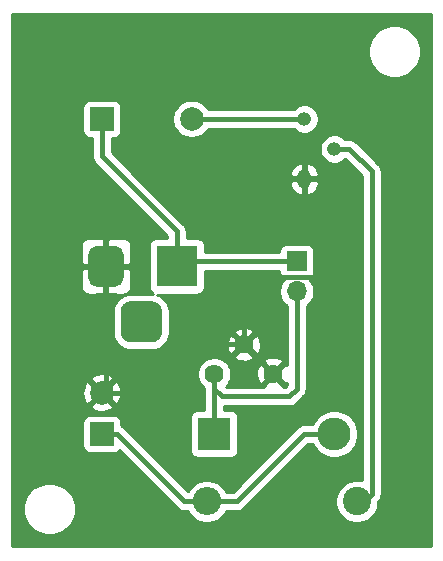
<source format=gbr>
%TF.GenerationSoftware,KiCad,Pcbnew,(5.1.10)-1*%
%TF.CreationDate,2021-10-26T01:17:56+07:00*%
%TF.ProjectId,first,66697273-742e-46b6-9963-61645f706362,rev?*%
%TF.SameCoordinates,Original*%
%TF.FileFunction,Copper,L2,Bot*%
%TF.FilePolarity,Positive*%
%FSLAX46Y46*%
G04 Gerber Fmt 4.6, Leading zero omitted, Abs format (unit mm)*
G04 Created by KiCad (PCBNEW (5.1.10)-1) date 2021-10-26 01:17:56*
%MOMM*%
%LPD*%
G01*
G04 APERTURE LIST*
%TA.AperFunction,ComponentPad*%
%ADD10O,1.700000X1.700000*%
%TD*%
%TA.AperFunction,ComponentPad*%
%ADD11R,1.700000X1.700000*%
%TD*%
%TA.AperFunction,ComponentPad*%
%ADD12R,2.000000X2.000000*%
%TD*%
%TA.AperFunction,ComponentPad*%
%ADD13C,2.000000*%
%TD*%
%TA.AperFunction,ComponentPad*%
%ADD14R,2.800000X2.800000*%
%TD*%
%TA.AperFunction,ComponentPad*%
%ADD15O,2.800000X2.800000*%
%TD*%
%TA.AperFunction,ComponentPad*%
%ADD16R,3.500000X3.500000*%
%TD*%
%TA.AperFunction,ComponentPad*%
%ADD17O,1.200000X1.600000*%
%TD*%
%TA.AperFunction,ComponentPad*%
%ADD18O,1.200000X1.200000*%
%TD*%
%TA.AperFunction,ComponentPad*%
%ADD19C,2.400000*%
%TD*%
%TA.AperFunction,ComponentPad*%
%ADD20O,2.400000X2.400000*%
%TD*%
%TA.AperFunction,ComponentPad*%
%ADD21C,1.620000*%
%TD*%
%TA.AperFunction,Conductor*%
%ADD22C,0.400000*%
%TD*%
%TA.AperFunction,Conductor*%
%ADD23C,0.254000*%
%TD*%
%TA.AperFunction,Conductor*%
%ADD24C,0.100000*%
%TD*%
G04 APERTURE END LIST*
D10*
%TO.P,TH1,2*%
%TO.N,Net-(D1-Pad1)*%
X95250000Y-94615000D03*
D11*
%TO.P,TH1,1*%
%TO.N,Net-(BZ1-Pad1)*%
X95250000Y-92075000D03*
%TD*%
D12*
%TO.P,BZ1,1*%
%TO.N,Net-(BZ1-Pad1)*%
X78740000Y-80010000D03*
D13*
%TO.P,BZ1,2*%
%TO.N,Net-(BZ1-Pad2)*%
X86340000Y-80010000D03*
%TD*%
D12*
%TO.P,C1,1*%
%TO.N,Net-(C1-Pad1)*%
X78740000Y-106680000D03*
D13*
%TO.P,C1,2*%
%TO.N,Net-(C1-Pad2)*%
X78740000Y-103180000D03*
%TD*%
D14*
%TO.P,D1,1*%
%TO.N,Net-(D1-Pad1)*%
X88265000Y-106680000D03*
D15*
%TO.P,D1,2*%
%TO.N,Net-(C1-Pad1)*%
X98425000Y-106680000D03*
%TD*%
D16*
%TO.P,J1,1*%
%TO.N,Net-(BZ1-Pad1)*%
X85090000Y-92490001D03*
%TO.P,J1,2*%
%TO.N,Net-(C1-Pad2)*%
%TA.AperFunction,ComponentPad*%
G36*
G01*
X77590000Y-93490001D02*
X77590000Y-91490001D01*
G75*
G02*
X78340000Y-90740001I750000J0D01*
G01*
X79840000Y-90740001D01*
G75*
G02*
X80590000Y-91490001I0J-750000D01*
G01*
X80590000Y-93490001D01*
G75*
G02*
X79840000Y-94240001I-750000J0D01*
G01*
X78340000Y-94240001D01*
G75*
G02*
X77590000Y-93490001I0J750000D01*
G01*
G37*
%TD.AperFunction*%
%TO.P,J1,3*%
%TO.N,Net-(J1-Pad3)*%
%TA.AperFunction,ComponentPad*%
G36*
G01*
X80340000Y-98065001D02*
X80340000Y-96315001D01*
G75*
G02*
X81215000Y-95440001I875000J0D01*
G01*
X82965000Y-95440001D01*
G75*
G02*
X83840000Y-96315001I0J-875000D01*
G01*
X83840000Y-98065001D01*
G75*
G02*
X82965000Y-98940001I-875000J0D01*
G01*
X81215000Y-98940001D01*
G75*
G02*
X80340000Y-98065001I0J875000D01*
G01*
G37*
%TD.AperFunction*%
%TD*%
D17*
%TO.P,Q1,1*%
%TO.N,Net-(C1-Pad2)*%
X95885000Y-85090000D03*
D18*
%TO.P,Q1,2*%
%TO.N,Net-(Q1-Pad2)*%
X98425000Y-82550000D03*
%TO.P,Q1,3*%
%TO.N,Net-(BZ1-Pad2)*%
X95885000Y-80010000D03*
%TD*%
D19*
%TO.P,R1,1*%
%TO.N,Net-(Q1-Pad2)*%
X100330000Y-112395000D03*
D20*
%TO.P,R1,2*%
%TO.N,Net-(C1-Pad1)*%
X87630000Y-112395000D03*
%TD*%
D21*
%TO.P,RV1,3*%
%TO.N,Net-(C1-Pad2)*%
X93265000Y-101600000D03*
%TO.P,RV1,2*%
X90765000Y-99100000D03*
%TO.P,RV1,1*%
%TO.N,Net-(D1-Pad1)*%
X88265000Y-101600000D03*
%TD*%
D22*
%TO.N,Net-(BZ1-Pad1)*%
X78740000Y-83185000D02*
X78740000Y-80010000D01*
X85090000Y-89535000D02*
X78740000Y-83185000D01*
X85090000Y-92490001D02*
X85090000Y-89535000D01*
X85090000Y-92490001D02*
X85309999Y-92490001D01*
X85725000Y-92075000D02*
X95250000Y-92075000D01*
X85309999Y-92490001D02*
X85725000Y-92075000D01*
%TO.N,Net-(BZ1-Pad2)*%
X86340000Y-80010000D02*
X95885000Y-80010000D01*
%TO.N,Net-(C1-Pad1)*%
X85725000Y-112395000D02*
X87630000Y-112395000D01*
X81280000Y-107950000D02*
X85725000Y-112395000D01*
X87630000Y-112395000D02*
X90170000Y-112395000D01*
X95885000Y-106680000D02*
X98425000Y-106680000D01*
X90170000Y-112395000D02*
X95885000Y-106680000D01*
X78740000Y-106680000D02*
X80010000Y-106680000D01*
X80010000Y-106680000D02*
X81280000Y-107950000D01*
%TO.N,Net-(C1-Pad2)*%
X78959999Y-92490001D02*
X78740000Y-92710000D01*
X93265000Y-101600000D02*
X90765000Y-99100000D01*
X90765000Y-99100000D02*
X90765000Y-94655000D01*
X92055001Y-93364999D02*
X97135001Y-93364999D01*
X90765000Y-94655000D02*
X92055001Y-93364999D01*
X97135001Y-93364999D02*
X97790000Y-92710000D01*
X97790000Y-92710000D02*
X97790000Y-88265000D01*
X95885000Y-86360000D02*
X95885000Y-85090000D01*
X97790000Y-88265000D02*
X95885000Y-86360000D01*
X82240000Y-103180000D02*
X78740000Y-103180000D01*
X86360000Y-99060000D02*
X82240000Y-103180000D01*
X86400000Y-99100000D02*
X86360000Y-99060000D01*
X90765000Y-99100000D02*
X86400000Y-99100000D01*
X78959999Y-92490001D02*
X79090000Y-92490001D01*
X79090000Y-102830000D02*
X78740000Y-103180000D01*
X79090000Y-92490001D02*
X79090000Y-102830000D01*
%TO.N,Net-(D1-Pad1)*%
X88265000Y-106680000D02*
X88265000Y-101600000D01*
X88265000Y-101600000D02*
X88265000Y-102870000D01*
X88265000Y-102870000D02*
X88900000Y-103505000D01*
X88900000Y-103505000D02*
X94615000Y-103505000D01*
X95250000Y-102870000D02*
X95250000Y-94615000D01*
X94615000Y-103505000D02*
X95250000Y-102870000D01*
%TO.N,Net-(Q1-Pad2)*%
X100330000Y-112395000D02*
X100965000Y-112395000D01*
X100965000Y-112395000D02*
X101600000Y-111760000D01*
X101600000Y-111760000D02*
X101600000Y-84455000D01*
X99695000Y-82550000D02*
X98425000Y-82550000D01*
X101600000Y-84455000D02*
X99695000Y-82550000D01*
%TD*%
D23*
%TO.N,Net-(C1-Pad2)*%
X106655000Y-116180000D02*
X71145000Y-116180000D01*
X71145000Y-112809872D01*
X72060000Y-112809872D01*
X72060000Y-113250128D01*
X72145890Y-113681925D01*
X72314369Y-114088669D01*
X72558962Y-114454729D01*
X72870271Y-114766038D01*
X73236331Y-115010631D01*
X73643075Y-115179110D01*
X74074872Y-115265000D01*
X74515128Y-115265000D01*
X74946925Y-115179110D01*
X75353669Y-115010631D01*
X75719729Y-114766038D01*
X76031038Y-114454729D01*
X76275631Y-114088669D01*
X76444110Y-113681925D01*
X76530000Y-113250128D01*
X76530000Y-112809872D01*
X76444110Y-112378075D01*
X76275631Y-111971331D01*
X76031038Y-111605271D01*
X75719729Y-111293962D01*
X75353669Y-111049369D01*
X74946925Y-110880890D01*
X74515128Y-110795000D01*
X74074872Y-110795000D01*
X73643075Y-110880890D01*
X73236331Y-111049369D01*
X72870271Y-111293962D01*
X72558962Y-111605271D01*
X72314369Y-111971331D01*
X72145890Y-112378075D01*
X72060000Y-112809872D01*
X71145000Y-112809872D01*
X71145000Y-105680000D01*
X77101928Y-105680000D01*
X77101928Y-107680000D01*
X77114188Y-107804482D01*
X77150498Y-107924180D01*
X77209463Y-108034494D01*
X77288815Y-108131185D01*
X77385506Y-108210537D01*
X77495820Y-108269502D01*
X77615518Y-108305812D01*
X77740000Y-108318072D01*
X79740000Y-108318072D01*
X79864482Y-108305812D01*
X79984180Y-108269502D01*
X80094494Y-108210537D01*
X80191185Y-108131185D01*
X80231362Y-108082229D01*
X80718570Y-108569438D01*
X80718576Y-108569443D01*
X85105559Y-112956427D01*
X85131709Y-112988291D01*
X85258854Y-113092636D01*
X85403913Y-113170172D01*
X85561311Y-113217918D01*
X85683981Y-113230000D01*
X85683991Y-113230000D01*
X85724999Y-113234039D01*
X85766007Y-113230000D01*
X85989678Y-113230000D01*
X86003844Y-113264199D01*
X86204662Y-113564744D01*
X86460256Y-113820338D01*
X86760801Y-114021156D01*
X87094750Y-114159482D01*
X87449268Y-114230000D01*
X87810732Y-114230000D01*
X88165250Y-114159482D01*
X88499199Y-114021156D01*
X88799744Y-113820338D01*
X89055338Y-113564744D01*
X89256156Y-113264199D01*
X89270322Y-113230000D01*
X90128982Y-113230000D01*
X90170000Y-113234040D01*
X90211018Y-113230000D01*
X90211019Y-113230000D01*
X90333689Y-113217918D01*
X90491087Y-113170172D01*
X90636146Y-113092636D01*
X90763291Y-112988291D01*
X90789446Y-112956421D01*
X96230869Y-107515000D01*
X96568201Y-107515000D01*
X96621607Y-107643934D01*
X96844313Y-107977237D01*
X97127763Y-108260687D01*
X97461066Y-108483393D01*
X97831413Y-108636796D01*
X98224570Y-108715000D01*
X98625430Y-108715000D01*
X99018587Y-108636796D01*
X99388934Y-108483393D01*
X99722237Y-108260687D01*
X100005687Y-107977237D01*
X100228393Y-107643934D01*
X100381796Y-107273587D01*
X100460000Y-106880430D01*
X100460000Y-106479570D01*
X100381796Y-106086413D01*
X100228393Y-105716066D01*
X100005687Y-105382763D01*
X99722237Y-105099313D01*
X99388934Y-104876607D01*
X99018587Y-104723204D01*
X98625430Y-104645000D01*
X98224570Y-104645000D01*
X97831413Y-104723204D01*
X97461066Y-104876607D01*
X97127763Y-105099313D01*
X96844313Y-105382763D01*
X96621607Y-105716066D01*
X96568201Y-105845000D01*
X95926018Y-105845000D01*
X95885000Y-105840960D01*
X95843982Y-105845000D01*
X95843981Y-105845000D01*
X95721311Y-105857082D01*
X95563913Y-105904828D01*
X95418854Y-105982364D01*
X95291709Y-106086709D01*
X95265563Y-106118568D01*
X89824133Y-111560000D01*
X89270322Y-111560000D01*
X89256156Y-111525801D01*
X89055338Y-111225256D01*
X88799744Y-110969662D01*
X88499199Y-110768844D01*
X88165250Y-110630518D01*
X87810732Y-110560000D01*
X87449268Y-110560000D01*
X87094750Y-110630518D01*
X86760801Y-110768844D01*
X86460256Y-110969662D01*
X86204662Y-111225256D01*
X86016992Y-111506124D01*
X81899443Y-107388576D01*
X81899438Y-107388570D01*
X80629446Y-106118579D01*
X80603291Y-106086709D01*
X80476146Y-105982364D01*
X80378072Y-105929942D01*
X80378072Y-105680000D01*
X80365812Y-105555518D01*
X80329502Y-105435820D01*
X80270537Y-105325506D01*
X80191185Y-105228815D01*
X80094494Y-105149463D01*
X79984180Y-105090498D01*
X79864482Y-105054188D01*
X79740000Y-105041928D01*
X77740000Y-105041928D01*
X77615518Y-105054188D01*
X77495820Y-105090498D01*
X77385506Y-105149463D01*
X77288815Y-105228815D01*
X77209463Y-105325506D01*
X77150498Y-105435820D01*
X77114188Y-105555518D01*
X77101928Y-105680000D01*
X71145000Y-105680000D01*
X71145000Y-104315413D01*
X77784192Y-104315413D01*
X77879956Y-104579814D01*
X78169571Y-104720704D01*
X78481108Y-104802384D01*
X78802595Y-104821718D01*
X79121675Y-104777961D01*
X79426088Y-104672795D01*
X79600044Y-104579814D01*
X79695808Y-104315413D01*
X78740000Y-103359605D01*
X77784192Y-104315413D01*
X71145000Y-104315413D01*
X71145000Y-103242595D01*
X77098282Y-103242595D01*
X77142039Y-103561675D01*
X77247205Y-103866088D01*
X77340186Y-104040044D01*
X77604587Y-104135808D01*
X78560395Y-103180000D01*
X78919605Y-103180000D01*
X79875413Y-104135808D01*
X80139814Y-104040044D01*
X80280704Y-103750429D01*
X80362384Y-103438892D01*
X80381718Y-103117405D01*
X80337961Y-102798325D01*
X80232795Y-102493912D01*
X80139814Y-102319956D01*
X79875413Y-102224192D01*
X78919605Y-103180000D01*
X78560395Y-103180000D01*
X77604587Y-102224192D01*
X77340186Y-102319956D01*
X77199296Y-102609571D01*
X77117616Y-102921108D01*
X77098282Y-103242595D01*
X71145000Y-103242595D01*
X71145000Y-102044587D01*
X77784192Y-102044587D01*
X78740000Y-103000395D01*
X79695808Y-102044587D01*
X79600044Y-101780186D01*
X79310429Y-101639296D01*
X78998892Y-101557616D01*
X78677405Y-101538282D01*
X78358325Y-101582039D01*
X78053912Y-101687205D01*
X77879956Y-101780186D01*
X77784192Y-102044587D01*
X71145000Y-102044587D01*
X71145000Y-100099843D01*
X89944762Y-100099843D01*
X90017556Y-100344832D01*
X90274773Y-100466733D01*
X90550829Y-100536110D01*
X90835115Y-100550298D01*
X91116706Y-100508752D01*
X91384783Y-100413068D01*
X91512444Y-100344832D01*
X91585238Y-100099843D01*
X90765000Y-99279605D01*
X89944762Y-100099843D01*
X71145000Y-100099843D01*
X71145000Y-94240001D01*
X76951928Y-94240001D01*
X76964188Y-94364483D01*
X77000498Y-94484181D01*
X77059463Y-94594495D01*
X77138815Y-94691186D01*
X77235506Y-94770538D01*
X77345820Y-94829503D01*
X77465518Y-94865813D01*
X77590000Y-94878073D01*
X78804250Y-94875001D01*
X78963000Y-94716251D01*
X78963000Y-92617001D01*
X79217000Y-92617001D01*
X79217000Y-94716251D01*
X79375750Y-94875001D01*
X80590000Y-94878073D01*
X80714482Y-94865813D01*
X80834180Y-94829503D01*
X80944494Y-94770538D01*
X81041185Y-94691186D01*
X81120537Y-94594495D01*
X81179502Y-94484181D01*
X81215812Y-94364483D01*
X81228072Y-94240001D01*
X81225000Y-92775751D01*
X81066250Y-92617001D01*
X79217000Y-92617001D01*
X78963000Y-92617001D01*
X77113750Y-92617001D01*
X76955000Y-92775751D01*
X76951928Y-94240001D01*
X71145000Y-94240001D01*
X71145000Y-90740001D01*
X76951928Y-90740001D01*
X76955000Y-92204251D01*
X77113750Y-92363001D01*
X78963000Y-92363001D01*
X78963000Y-90263751D01*
X79217000Y-90263751D01*
X79217000Y-92363001D01*
X81066250Y-92363001D01*
X81225000Y-92204251D01*
X81228072Y-90740001D01*
X81215812Y-90615519D01*
X81179502Y-90495821D01*
X81120537Y-90385507D01*
X81041185Y-90288816D01*
X80944494Y-90209464D01*
X80834180Y-90150499D01*
X80714482Y-90114189D01*
X80590000Y-90101929D01*
X79375750Y-90105001D01*
X79217000Y-90263751D01*
X78963000Y-90263751D01*
X78804250Y-90105001D01*
X77590000Y-90101929D01*
X77465518Y-90114189D01*
X77345820Y-90150499D01*
X77235506Y-90209464D01*
X77138815Y-90288816D01*
X77059463Y-90385507D01*
X77000498Y-90495821D01*
X76964188Y-90615519D01*
X76951928Y-90740001D01*
X71145000Y-90740001D01*
X71145000Y-79010000D01*
X77101928Y-79010000D01*
X77101928Y-81010000D01*
X77114188Y-81134482D01*
X77150498Y-81254180D01*
X77209463Y-81364494D01*
X77288815Y-81461185D01*
X77385506Y-81540537D01*
X77495820Y-81599502D01*
X77615518Y-81635812D01*
X77740000Y-81648072D01*
X77905000Y-81648072D01*
X77905000Y-83143981D01*
X77900960Y-83185000D01*
X77905000Y-83226018D01*
X77917082Y-83348688D01*
X77964828Y-83506086D01*
X78042364Y-83651145D01*
X78146709Y-83778291D01*
X78178579Y-83804446D01*
X84255001Y-89880869D01*
X84255001Y-90101929D01*
X83340000Y-90101929D01*
X83215518Y-90114189D01*
X83095820Y-90150499D01*
X82985506Y-90209464D01*
X82888815Y-90288816D01*
X82809463Y-90385507D01*
X82750498Y-90495821D01*
X82714188Y-90615519D01*
X82701928Y-90740001D01*
X82701928Y-94240001D01*
X82714188Y-94364483D01*
X82750498Y-94484181D01*
X82809463Y-94594495D01*
X82888815Y-94691186D01*
X82985506Y-94770538D01*
X83062131Y-94811495D01*
X82965000Y-94801929D01*
X81215000Y-94801929D01*
X80919814Y-94831002D01*
X80635972Y-94917105D01*
X80374382Y-95056928D01*
X80145097Y-95245098D01*
X79956927Y-95474383D01*
X79817104Y-95735973D01*
X79731001Y-96019815D01*
X79701928Y-96315001D01*
X79701928Y-98065001D01*
X79731001Y-98360187D01*
X79817104Y-98644029D01*
X79956927Y-98905619D01*
X80145097Y-99134904D01*
X80374382Y-99323074D01*
X80635972Y-99462897D01*
X80919814Y-99549000D01*
X81215000Y-99578073D01*
X82965000Y-99578073D01*
X83260186Y-99549000D01*
X83544028Y-99462897D01*
X83805618Y-99323074D01*
X83991998Y-99170115D01*
X89314702Y-99170115D01*
X89356248Y-99451706D01*
X89451932Y-99719783D01*
X89520168Y-99847444D01*
X89765157Y-99920238D01*
X90585395Y-99100000D01*
X90944605Y-99100000D01*
X91764843Y-99920238D01*
X92009832Y-99847444D01*
X92131733Y-99590227D01*
X92201110Y-99314171D01*
X92215298Y-99029885D01*
X92173752Y-98748294D01*
X92078068Y-98480217D01*
X92009832Y-98352556D01*
X91764843Y-98279762D01*
X90944605Y-99100000D01*
X90585395Y-99100000D01*
X89765157Y-98279762D01*
X89520168Y-98352556D01*
X89398267Y-98609773D01*
X89328890Y-98885829D01*
X89314702Y-99170115D01*
X83991998Y-99170115D01*
X84034903Y-99134904D01*
X84223073Y-98905619D01*
X84362896Y-98644029D01*
X84448999Y-98360187D01*
X84474609Y-98100157D01*
X89944762Y-98100157D01*
X90765000Y-98920395D01*
X91585238Y-98100157D01*
X91512444Y-97855168D01*
X91255227Y-97733267D01*
X90979171Y-97663890D01*
X90694885Y-97649702D01*
X90413294Y-97691248D01*
X90145217Y-97786932D01*
X90017556Y-97855168D01*
X89944762Y-98100157D01*
X84474609Y-98100157D01*
X84478072Y-98065001D01*
X84478072Y-96315001D01*
X84448999Y-96019815D01*
X84362896Y-95735973D01*
X84223073Y-95474383D01*
X84034903Y-95245098D01*
X83805618Y-95056928D01*
X83544028Y-94917105D01*
X83415357Y-94878073D01*
X86840000Y-94878073D01*
X86964482Y-94865813D01*
X87084180Y-94829503D01*
X87194494Y-94770538D01*
X87291185Y-94691186D01*
X87370537Y-94594495D01*
X87429502Y-94484181D01*
X87465812Y-94364483D01*
X87478072Y-94240001D01*
X87478072Y-92910000D01*
X93761928Y-92910000D01*
X93761928Y-92925000D01*
X93774188Y-93049482D01*
X93810498Y-93169180D01*
X93869463Y-93279494D01*
X93948815Y-93376185D01*
X94045506Y-93455537D01*
X94155820Y-93514502D01*
X94228380Y-93536513D01*
X94096525Y-93668368D01*
X93934010Y-93911589D01*
X93822068Y-94181842D01*
X93765000Y-94468740D01*
X93765000Y-94761260D01*
X93822068Y-95048158D01*
X93934010Y-95318411D01*
X94096525Y-95561632D01*
X94303368Y-95768475D01*
X94415001Y-95843066D01*
X94415000Y-100824378D01*
X94264843Y-100779762D01*
X93444605Y-101600000D01*
X94264843Y-102420238D01*
X94415000Y-102375622D01*
X94415000Y-102524132D01*
X94269132Y-102670000D01*
X94064392Y-102670000D01*
X94085238Y-102599843D01*
X93265000Y-101779605D01*
X92444762Y-102599843D01*
X92465608Y-102670000D01*
X89245868Y-102670000D01*
X89242204Y-102666335D01*
X89387405Y-102521134D01*
X89545543Y-102284464D01*
X89654470Y-102021491D01*
X89710000Y-101742320D01*
X89710000Y-101670115D01*
X91814702Y-101670115D01*
X91856248Y-101951706D01*
X91951932Y-102219783D01*
X92020168Y-102347444D01*
X92265157Y-102420238D01*
X93085395Y-101600000D01*
X92265157Y-100779762D01*
X92020168Y-100852556D01*
X91898267Y-101109773D01*
X91828890Y-101385829D01*
X91814702Y-101670115D01*
X89710000Y-101670115D01*
X89710000Y-101457680D01*
X89654470Y-101178509D01*
X89545543Y-100915536D01*
X89387405Y-100678866D01*
X89308696Y-100600157D01*
X92444762Y-100600157D01*
X93265000Y-101420395D01*
X94085238Y-100600157D01*
X94012444Y-100355168D01*
X93755227Y-100233267D01*
X93479171Y-100163890D01*
X93194885Y-100149702D01*
X92913294Y-100191248D01*
X92645217Y-100286932D01*
X92517556Y-100355168D01*
X92444762Y-100600157D01*
X89308696Y-100600157D01*
X89186134Y-100477595D01*
X88949464Y-100319457D01*
X88686491Y-100210530D01*
X88407320Y-100155000D01*
X88122680Y-100155000D01*
X87843509Y-100210530D01*
X87580536Y-100319457D01*
X87343866Y-100477595D01*
X87142595Y-100678866D01*
X86984457Y-100915536D01*
X86875530Y-101178509D01*
X86820000Y-101457680D01*
X86820000Y-101742320D01*
X86875530Y-102021491D01*
X86984457Y-102284464D01*
X87142595Y-102521134D01*
X87343866Y-102722405D01*
X87430001Y-102779958D01*
X87430001Y-102828974D01*
X87425960Y-102870000D01*
X87430001Y-102911026D01*
X87430000Y-104641928D01*
X86865000Y-104641928D01*
X86740518Y-104654188D01*
X86620820Y-104690498D01*
X86510506Y-104749463D01*
X86413815Y-104828815D01*
X86334463Y-104925506D01*
X86275498Y-105035820D01*
X86239188Y-105155518D01*
X86226928Y-105280000D01*
X86226928Y-108080000D01*
X86239188Y-108204482D01*
X86275498Y-108324180D01*
X86334463Y-108434494D01*
X86413815Y-108531185D01*
X86510506Y-108610537D01*
X86620820Y-108669502D01*
X86740518Y-108705812D01*
X86865000Y-108718072D01*
X89665000Y-108718072D01*
X89789482Y-108705812D01*
X89909180Y-108669502D01*
X90019494Y-108610537D01*
X90116185Y-108531185D01*
X90195537Y-108434494D01*
X90254502Y-108324180D01*
X90290812Y-108204482D01*
X90303072Y-108080000D01*
X90303072Y-105280000D01*
X90290812Y-105155518D01*
X90254502Y-105035820D01*
X90195537Y-104925506D01*
X90116185Y-104828815D01*
X90019494Y-104749463D01*
X89909180Y-104690498D01*
X89789482Y-104654188D01*
X89665000Y-104641928D01*
X89100000Y-104641928D01*
X89100000Y-104340000D01*
X94573982Y-104340000D01*
X94615000Y-104344040D01*
X94656018Y-104340000D01*
X94656019Y-104340000D01*
X94778689Y-104327918D01*
X94936087Y-104280172D01*
X95081146Y-104202636D01*
X95208291Y-104098291D01*
X95234445Y-104066422D01*
X95811432Y-103489436D01*
X95843291Y-103463291D01*
X95869440Y-103431429D01*
X95947636Y-103336146D01*
X96025172Y-103191087D01*
X96047523Y-103117405D01*
X96072918Y-103033689D01*
X96085000Y-102911019D01*
X96085000Y-102911018D01*
X96089040Y-102870000D01*
X96085000Y-102828982D01*
X96085000Y-95843065D01*
X96196632Y-95768475D01*
X96403475Y-95561632D01*
X96565990Y-95318411D01*
X96677932Y-95048158D01*
X96735000Y-94761260D01*
X96735000Y-94468740D01*
X96677932Y-94181842D01*
X96565990Y-93911589D01*
X96403475Y-93668368D01*
X96271620Y-93536513D01*
X96344180Y-93514502D01*
X96454494Y-93455537D01*
X96551185Y-93376185D01*
X96630537Y-93279494D01*
X96689502Y-93169180D01*
X96725812Y-93049482D01*
X96738072Y-92925000D01*
X96738072Y-91225000D01*
X96725812Y-91100518D01*
X96689502Y-90980820D01*
X96630537Y-90870506D01*
X96551185Y-90773815D01*
X96454494Y-90694463D01*
X96344180Y-90635498D01*
X96224482Y-90599188D01*
X96100000Y-90586928D01*
X94400000Y-90586928D01*
X94275518Y-90599188D01*
X94155820Y-90635498D01*
X94045506Y-90694463D01*
X93948815Y-90773815D01*
X93869463Y-90870506D01*
X93810498Y-90980820D01*
X93774188Y-91100518D01*
X93761928Y-91225000D01*
X93761928Y-91240000D01*
X87478072Y-91240000D01*
X87478072Y-90740001D01*
X87465812Y-90615519D01*
X87429502Y-90495821D01*
X87370537Y-90385507D01*
X87291185Y-90288816D01*
X87194494Y-90209464D01*
X87084180Y-90150499D01*
X86964482Y-90114189D01*
X86840000Y-90101929D01*
X85925000Y-90101929D01*
X85925000Y-89576018D01*
X85929040Y-89534999D01*
X85912918Y-89371311D01*
X85865172Y-89213913D01*
X85787636Y-89068854D01*
X85683291Y-88941709D01*
X85651427Y-88915559D01*
X82147549Y-85411681D01*
X94650087Y-85411681D01*
X94697554Y-85650263D01*
X94790654Y-85875000D01*
X94925809Y-86077256D01*
X95097826Y-86249258D01*
X95300093Y-86384396D01*
X95524838Y-86477477D01*
X95567391Y-86483462D01*
X95758000Y-86358731D01*
X95758000Y-85217000D01*
X96012000Y-85217000D01*
X96012000Y-86358731D01*
X96202609Y-86483462D01*
X96245162Y-86477477D01*
X96469907Y-86384396D01*
X96672174Y-86249258D01*
X96844191Y-86077256D01*
X96979346Y-85875000D01*
X97072446Y-85650263D01*
X97119913Y-85411681D01*
X96964994Y-85217000D01*
X96012000Y-85217000D01*
X95758000Y-85217000D01*
X94805006Y-85217000D01*
X94650087Y-85411681D01*
X82147549Y-85411681D01*
X81504187Y-84768319D01*
X94650087Y-84768319D01*
X94805006Y-84963000D01*
X95758000Y-84963000D01*
X95758000Y-83821269D01*
X96012000Y-83821269D01*
X96012000Y-84963000D01*
X96964994Y-84963000D01*
X97119913Y-84768319D01*
X97072446Y-84529737D01*
X96979346Y-84305000D01*
X96844191Y-84102744D01*
X96672174Y-83930742D01*
X96469907Y-83795604D01*
X96245162Y-83702523D01*
X96202609Y-83696538D01*
X96012000Y-83821269D01*
X95758000Y-83821269D01*
X95567391Y-83696538D01*
X95524838Y-83702523D01*
X95300093Y-83795604D01*
X95097826Y-83930742D01*
X94925809Y-84102744D01*
X94790654Y-84305000D01*
X94697554Y-84529737D01*
X94650087Y-84768319D01*
X81504187Y-84768319D01*
X79575000Y-82839133D01*
X79575000Y-82428363D01*
X97190000Y-82428363D01*
X97190000Y-82671637D01*
X97237460Y-82910236D01*
X97330557Y-83134992D01*
X97465713Y-83337267D01*
X97637733Y-83509287D01*
X97840008Y-83644443D01*
X98064764Y-83737540D01*
X98303363Y-83785000D01*
X98546637Y-83785000D01*
X98785236Y-83737540D01*
X99009992Y-83644443D01*
X99212267Y-83509287D01*
X99336554Y-83385000D01*
X99349133Y-83385000D01*
X100765001Y-84800870D01*
X100765000Y-110610577D01*
X100510732Y-110560000D01*
X100149268Y-110560000D01*
X99794750Y-110630518D01*
X99460801Y-110768844D01*
X99160256Y-110969662D01*
X98904662Y-111225256D01*
X98703844Y-111525801D01*
X98565518Y-111859750D01*
X98495000Y-112214268D01*
X98495000Y-112575732D01*
X98565518Y-112930250D01*
X98703844Y-113264199D01*
X98904662Y-113564744D01*
X99160256Y-113820338D01*
X99460801Y-114021156D01*
X99794750Y-114159482D01*
X100149268Y-114230000D01*
X100510732Y-114230000D01*
X100865250Y-114159482D01*
X101199199Y-114021156D01*
X101499744Y-113820338D01*
X101755338Y-113564744D01*
X101956156Y-113264199D01*
X102094482Y-112930250D01*
X102165000Y-112575732D01*
X102165000Y-112376509D01*
X102193291Y-112353291D01*
X102297636Y-112226146D01*
X102375172Y-112081087D01*
X102422918Y-111923689D01*
X102435000Y-111801019D01*
X102435000Y-111801018D01*
X102439040Y-111760000D01*
X102435000Y-111718982D01*
X102435000Y-84496018D01*
X102439040Y-84455000D01*
X102422918Y-84291311D01*
X102375172Y-84133913D01*
X102297636Y-83988854D01*
X102219439Y-83893570D01*
X102219437Y-83893568D01*
X102193291Y-83861709D01*
X102161432Y-83835563D01*
X100314446Y-81988579D01*
X100288291Y-81956709D01*
X100161146Y-81852364D01*
X100016087Y-81774828D01*
X99858689Y-81727082D01*
X99736019Y-81715000D01*
X99736018Y-81715000D01*
X99695000Y-81710960D01*
X99653982Y-81715000D01*
X99336554Y-81715000D01*
X99212267Y-81590713D01*
X99009992Y-81455557D01*
X98785236Y-81362460D01*
X98546637Y-81315000D01*
X98303363Y-81315000D01*
X98064764Y-81362460D01*
X97840008Y-81455557D01*
X97637733Y-81590713D01*
X97465713Y-81762733D01*
X97330557Y-81965008D01*
X97237460Y-82189764D01*
X97190000Y-82428363D01*
X79575000Y-82428363D01*
X79575000Y-81648072D01*
X79740000Y-81648072D01*
X79864482Y-81635812D01*
X79984180Y-81599502D01*
X80094494Y-81540537D01*
X80191185Y-81461185D01*
X80270537Y-81364494D01*
X80329502Y-81254180D01*
X80365812Y-81134482D01*
X80378072Y-81010000D01*
X80378072Y-79848967D01*
X84705000Y-79848967D01*
X84705000Y-80171033D01*
X84767832Y-80486912D01*
X84891082Y-80784463D01*
X85070013Y-81052252D01*
X85297748Y-81279987D01*
X85565537Y-81458918D01*
X85863088Y-81582168D01*
X86178967Y-81645000D01*
X86501033Y-81645000D01*
X86816912Y-81582168D01*
X87114463Y-81458918D01*
X87382252Y-81279987D01*
X87609987Y-81052252D01*
X87748468Y-80845000D01*
X94973446Y-80845000D01*
X95097733Y-80969287D01*
X95300008Y-81104443D01*
X95524764Y-81197540D01*
X95763363Y-81245000D01*
X96006637Y-81245000D01*
X96245236Y-81197540D01*
X96469992Y-81104443D01*
X96672267Y-80969287D01*
X96844287Y-80797267D01*
X96979443Y-80594992D01*
X97072540Y-80370236D01*
X97120000Y-80131637D01*
X97120000Y-79888363D01*
X97072540Y-79649764D01*
X96979443Y-79425008D01*
X96844287Y-79222733D01*
X96672267Y-79050713D01*
X96469992Y-78915557D01*
X96245236Y-78822460D01*
X96006637Y-78775000D01*
X95763363Y-78775000D01*
X95524764Y-78822460D01*
X95300008Y-78915557D01*
X95097733Y-79050713D01*
X94973446Y-79175000D01*
X87748468Y-79175000D01*
X87609987Y-78967748D01*
X87382252Y-78740013D01*
X87114463Y-78561082D01*
X86816912Y-78437832D01*
X86501033Y-78375000D01*
X86178967Y-78375000D01*
X85863088Y-78437832D01*
X85565537Y-78561082D01*
X85297748Y-78740013D01*
X85070013Y-78967748D01*
X84891082Y-79235537D01*
X84767832Y-79533088D01*
X84705000Y-79848967D01*
X80378072Y-79848967D01*
X80378072Y-79010000D01*
X80365812Y-78885518D01*
X80329502Y-78765820D01*
X80270537Y-78655506D01*
X80191185Y-78558815D01*
X80094494Y-78479463D01*
X79984180Y-78420498D01*
X79864482Y-78384188D01*
X79740000Y-78371928D01*
X77740000Y-78371928D01*
X77615518Y-78384188D01*
X77495820Y-78420498D01*
X77385506Y-78479463D01*
X77288815Y-78558815D01*
X77209463Y-78655506D01*
X77150498Y-78765820D01*
X77114188Y-78885518D01*
X77101928Y-79010000D01*
X71145000Y-79010000D01*
X71145000Y-74074872D01*
X101270000Y-74074872D01*
X101270000Y-74515128D01*
X101355890Y-74946925D01*
X101524369Y-75353669D01*
X101768962Y-75719729D01*
X102080271Y-76031038D01*
X102446331Y-76275631D01*
X102853075Y-76444110D01*
X103284872Y-76530000D01*
X103725128Y-76530000D01*
X104156925Y-76444110D01*
X104563669Y-76275631D01*
X104929729Y-76031038D01*
X105241038Y-75719729D01*
X105485631Y-75353669D01*
X105654110Y-74946925D01*
X105740000Y-74515128D01*
X105740000Y-74074872D01*
X105654110Y-73643075D01*
X105485631Y-73236331D01*
X105241038Y-72870271D01*
X104929729Y-72558962D01*
X104563669Y-72314369D01*
X104156925Y-72145890D01*
X103725128Y-72060000D01*
X103284872Y-72060000D01*
X102853075Y-72145890D01*
X102446331Y-72314369D01*
X102080271Y-72558962D01*
X101768962Y-72870271D01*
X101524369Y-73236331D01*
X101355890Y-73643075D01*
X101270000Y-74074872D01*
X71145000Y-74074872D01*
X71145000Y-71145000D01*
X106655001Y-71145000D01*
X106655000Y-116180000D01*
%TA.AperFunction,Conductor*%
D24*
G36*
X106655000Y-116180000D02*
G01*
X71145000Y-116180000D01*
X71145000Y-112809872D01*
X72060000Y-112809872D01*
X72060000Y-113250128D01*
X72145890Y-113681925D01*
X72314369Y-114088669D01*
X72558962Y-114454729D01*
X72870271Y-114766038D01*
X73236331Y-115010631D01*
X73643075Y-115179110D01*
X74074872Y-115265000D01*
X74515128Y-115265000D01*
X74946925Y-115179110D01*
X75353669Y-115010631D01*
X75719729Y-114766038D01*
X76031038Y-114454729D01*
X76275631Y-114088669D01*
X76444110Y-113681925D01*
X76530000Y-113250128D01*
X76530000Y-112809872D01*
X76444110Y-112378075D01*
X76275631Y-111971331D01*
X76031038Y-111605271D01*
X75719729Y-111293962D01*
X75353669Y-111049369D01*
X74946925Y-110880890D01*
X74515128Y-110795000D01*
X74074872Y-110795000D01*
X73643075Y-110880890D01*
X73236331Y-111049369D01*
X72870271Y-111293962D01*
X72558962Y-111605271D01*
X72314369Y-111971331D01*
X72145890Y-112378075D01*
X72060000Y-112809872D01*
X71145000Y-112809872D01*
X71145000Y-105680000D01*
X77101928Y-105680000D01*
X77101928Y-107680000D01*
X77114188Y-107804482D01*
X77150498Y-107924180D01*
X77209463Y-108034494D01*
X77288815Y-108131185D01*
X77385506Y-108210537D01*
X77495820Y-108269502D01*
X77615518Y-108305812D01*
X77740000Y-108318072D01*
X79740000Y-108318072D01*
X79864482Y-108305812D01*
X79984180Y-108269502D01*
X80094494Y-108210537D01*
X80191185Y-108131185D01*
X80231362Y-108082229D01*
X80718570Y-108569438D01*
X80718576Y-108569443D01*
X85105559Y-112956427D01*
X85131709Y-112988291D01*
X85258854Y-113092636D01*
X85403913Y-113170172D01*
X85561311Y-113217918D01*
X85683981Y-113230000D01*
X85683991Y-113230000D01*
X85724999Y-113234039D01*
X85766007Y-113230000D01*
X85989678Y-113230000D01*
X86003844Y-113264199D01*
X86204662Y-113564744D01*
X86460256Y-113820338D01*
X86760801Y-114021156D01*
X87094750Y-114159482D01*
X87449268Y-114230000D01*
X87810732Y-114230000D01*
X88165250Y-114159482D01*
X88499199Y-114021156D01*
X88799744Y-113820338D01*
X89055338Y-113564744D01*
X89256156Y-113264199D01*
X89270322Y-113230000D01*
X90128982Y-113230000D01*
X90170000Y-113234040D01*
X90211018Y-113230000D01*
X90211019Y-113230000D01*
X90333689Y-113217918D01*
X90491087Y-113170172D01*
X90636146Y-113092636D01*
X90763291Y-112988291D01*
X90789446Y-112956421D01*
X96230869Y-107515000D01*
X96568201Y-107515000D01*
X96621607Y-107643934D01*
X96844313Y-107977237D01*
X97127763Y-108260687D01*
X97461066Y-108483393D01*
X97831413Y-108636796D01*
X98224570Y-108715000D01*
X98625430Y-108715000D01*
X99018587Y-108636796D01*
X99388934Y-108483393D01*
X99722237Y-108260687D01*
X100005687Y-107977237D01*
X100228393Y-107643934D01*
X100381796Y-107273587D01*
X100460000Y-106880430D01*
X100460000Y-106479570D01*
X100381796Y-106086413D01*
X100228393Y-105716066D01*
X100005687Y-105382763D01*
X99722237Y-105099313D01*
X99388934Y-104876607D01*
X99018587Y-104723204D01*
X98625430Y-104645000D01*
X98224570Y-104645000D01*
X97831413Y-104723204D01*
X97461066Y-104876607D01*
X97127763Y-105099313D01*
X96844313Y-105382763D01*
X96621607Y-105716066D01*
X96568201Y-105845000D01*
X95926018Y-105845000D01*
X95885000Y-105840960D01*
X95843982Y-105845000D01*
X95843981Y-105845000D01*
X95721311Y-105857082D01*
X95563913Y-105904828D01*
X95418854Y-105982364D01*
X95291709Y-106086709D01*
X95265563Y-106118568D01*
X89824133Y-111560000D01*
X89270322Y-111560000D01*
X89256156Y-111525801D01*
X89055338Y-111225256D01*
X88799744Y-110969662D01*
X88499199Y-110768844D01*
X88165250Y-110630518D01*
X87810732Y-110560000D01*
X87449268Y-110560000D01*
X87094750Y-110630518D01*
X86760801Y-110768844D01*
X86460256Y-110969662D01*
X86204662Y-111225256D01*
X86016992Y-111506124D01*
X81899443Y-107388576D01*
X81899438Y-107388570D01*
X80629446Y-106118579D01*
X80603291Y-106086709D01*
X80476146Y-105982364D01*
X80378072Y-105929942D01*
X80378072Y-105680000D01*
X80365812Y-105555518D01*
X80329502Y-105435820D01*
X80270537Y-105325506D01*
X80191185Y-105228815D01*
X80094494Y-105149463D01*
X79984180Y-105090498D01*
X79864482Y-105054188D01*
X79740000Y-105041928D01*
X77740000Y-105041928D01*
X77615518Y-105054188D01*
X77495820Y-105090498D01*
X77385506Y-105149463D01*
X77288815Y-105228815D01*
X77209463Y-105325506D01*
X77150498Y-105435820D01*
X77114188Y-105555518D01*
X77101928Y-105680000D01*
X71145000Y-105680000D01*
X71145000Y-104315413D01*
X77784192Y-104315413D01*
X77879956Y-104579814D01*
X78169571Y-104720704D01*
X78481108Y-104802384D01*
X78802595Y-104821718D01*
X79121675Y-104777961D01*
X79426088Y-104672795D01*
X79600044Y-104579814D01*
X79695808Y-104315413D01*
X78740000Y-103359605D01*
X77784192Y-104315413D01*
X71145000Y-104315413D01*
X71145000Y-103242595D01*
X77098282Y-103242595D01*
X77142039Y-103561675D01*
X77247205Y-103866088D01*
X77340186Y-104040044D01*
X77604587Y-104135808D01*
X78560395Y-103180000D01*
X78919605Y-103180000D01*
X79875413Y-104135808D01*
X80139814Y-104040044D01*
X80280704Y-103750429D01*
X80362384Y-103438892D01*
X80381718Y-103117405D01*
X80337961Y-102798325D01*
X80232795Y-102493912D01*
X80139814Y-102319956D01*
X79875413Y-102224192D01*
X78919605Y-103180000D01*
X78560395Y-103180000D01*
X77604587Y-102224192D01*
X77340186Y-102319956D01*
X77199296Y-102609571D01*
X77117616Y-102921108D01*
X77098282Y-103242595D01*
X71145000Y-103242595D01*
X71145000Y-102044587D01*
X77784192Y-102044587D01*
X78740000Y-103000395D01*
X79695808Y-102044587D01*
X79600044Y-101780186D01*
X79310429Y-101639296D01*
X78998892Y-101557616D01*
X78677405Y-101538282D01*
X78358325Y-101582039D01*
X78053912Y-101687205D01*
X77879956Y-101780186D01*
X77784192Y-102044587D01*
X71145000Y-102044587D01*
X71145000Y-100099843D01*
X89944762Y-100099843D01*
X90017556Y-100344832D01*
X90274773Y-100466733D01*
X90550829Y-100536110D01*
X90835115Y-100550298D01*
X91116706Y-100508752D01*
X91384783Y-100413068D01*
X91512444Y-100344832D01*
X91585238Y-100099843D01*
X90765000Y-99279605D01*
X89944762Y-100099843D01*
X71145000Y-100099843D01*
X71145000Y-94240001D01*
X76951928Y-94240001D01*
X76964188Y-94364483D01*
X77000498Y-94484181D01*
X77059463Y-94594495D01*
X77138815Y-94691186D01*
X77235506Y-94770538D01*
X77345820Y-94829503D01*
X77465518Y-94865813D01*
X77590000Y-94878073D01*
X78804250Y-94875001D01*
X78963000Y-94716251D01*
X78963000Y-92617001D01*
X79217000Y-92617001D01*
X79217000Y-94716251D01*
X79375750Y-94875001D01*
X80590000Y-94878073D01*
X80714482Y-94865813D01*
X80834180Y-94829503D01*
X80944494Y-94770538D01*
X81041185Y-94691186D01*
X81120537Y-94594495D01*
X81179502Y-94484181D01*
X81215812Y-94364483D01*
X81228072Y-94240001D01*
X81225000Y-92775751D01*
X81066250Y-92617001D01*
X79217000Y-92617001D01*
X78963000Y-92617001D01*
X77113750Y-92617001D01*
X76955000Y-92775751D01*
X76951928Y-94240001D01*
X71145000Y-94240001D01*
X71145000Y-90740001D01*
X76951928Y-90740001D01*
X76955000Y-92204251D01*
X77113750Y-92363001D01*
X78963000Y-92363001D01*
X78963000Y-90263751D01*
X79217000Y-90263751D01*
X79217000Y-92363001D01*
X81066250Y-92363001D01*
X81225000Y-92204251D01*
X81228072Y-90740001D01*
X81215812Y-90615519D01*
X81179502Y-90495821D01*
X81120537Y-90385507D01*
X81041185Y-90288816D01*
X80944494Y-90209464D01*
X80834180Y-90150499D01*
X80714482Y-90114189D01*
X80590000Y-90101929D01*
X79375750Y-90105001D01*
X79217000Y-90263751D01*
X78963000Y-90263751D01*
X78804250Y-90105001D01*
X77590000Y-90101929D01*
X77465518Y-90114189D01*
X77345820Y-90150499D01*
X77235506Y-90209464D01*
X77138815Y-90288816D01*
X77059463Y-90385507D01*
X77000498Y-90495821D01*
X76964188Y-90615519D01*
X76951928Y-90740001D01*
X71145000Y-90740001D01*
X71145000Y-79010000D01*
X77101928Y-79010000D01*
X77101928Y-81010000D01*
X77114188Y-81134482D01*
X77150498Y-81254180D01*
X77209463Y-81364494D01*
X77288815Y-81461185D01*
X77385506Y-81540537D01*
X77495820Y-81599502D01*
X77615518Y-81635812D01*
X77740000Y-81648072D01*
X77905000Y-81648072D01*
X77905000Y-83143981D01*
X77900960Y-83185000D01*
X77905000Y-83226018D01*
X77917082Y-83348688D01*
X77964828Y-83506086D01*
X78042364Y-83651145D01*
X78146709Y-83778291D01*
X78178579Y-83804446D01*
X84255001Y-89880869D01*
X84255001Y-90101929D01*
X83340000Y-90101929D01*
X83215518Y-90114189D01*
X83095820Y-90150499D01*
X82985506Y-90209464D01*
X82888815Y-90288816D01*
X82809463Y-90385507D01*
X82750498Y-90495821D01*
X82714188Y-90615519D01*
X82701928Y-90740001D01*
X82701928Y-94240001D01*
X82714188Y-94364483D01*
X82750498Y-94484181D01*
X82809463Y-94594495D01*
X82888815Y-94691186D01*
X82985506Y-94770538D01*
X83062131Y-94811495D01*
X82965000Y-94801929D01*
X81215000Y-94801929D01*
X80919814Y-94831002D01*
X80635972Y-94917105D01*
X80374382Y-95056928D01*
X80145097Y-95245098D01*
X79956927Y-95474383D01*
X79817104Y-95735973D01*
X79731001Y-96019815D01*
X79701928Y-96315001D01*
X79701928Y-98065001D01*
X79731001Y-98360187D01*
X79817104Y-98644029D01*
X79956927Y-98905619D01*
X80145097Y-99134904D01*
X80374382Y-99323074D01*
X80635972Y-99462897D01*
X80919814Y-99549000D01*
X81215000Y-99578073D01*
X82965000Y-99578073D01*
X83260186Y-99549000D01*
X83544028Y-99462897D01*
X83805618Y-99323074D01*
X83991998Y-99170115D01*
X89314702Y-99170115D01*
X89356248Y-99451706D01*
X89451932Y-99719783D01*
X89520168Y-99847444D01*
X89765157Y-99920238D01*
X90585395Y-99100000D01*
X90944605Y-99100000D01*
X91764843Y-99920238D01*
X92009832Y-99847444D01*
X92131733Y-99590227D01*
X92201110Y-99314171D01*
X92215298Y-99029885D01*
X92173752Y-98748294D01*
X92078068Y-98480217D01*
X92009832Y-98352556D01*
X91764843Y-98279762D01*
X90944605Y-99100000D01*
X90585395Y-99100000D01*
X89765157Y-98279762D01*
X89520168Y-98352556D01*
X89398267Y-98609773D01*
X89328890Y-98885829D01*
X89314702Y-99170115D01*
X83991998Y-99170115D01*
X84034903Y-99134904D01*
X84223073Y-98905619D01*
X84362896Y-98644029D01*
X84448999Y-98360187D01*
X84474609Y-98100157D01*
X89944762Y-98100157D01*
X90765000Y-98920395D01*
X91585238Y-98100157D01*
X91512444Y-97855168D01*
X91255227Y-97733267D01*
X90979171Y-97663890D01*
X90694885Y-97649702D01*
X90413294Y-97691248D01*
X90145217Y-97786932D01*
X90017556Y-97855168D01*
X89944762Y-98100157D01*
X84474609Y-98100157D01*
X84478072Y-98065001D01*
X84478072Y-96315001D01*
X84448999Y-96019815D01*
X84362896Y-95735973D01*
X84223073Y-95474383D01*
X84034903Y-95245098D01*
X83805618Y-95056928D01*
X83544028Y-94917105D01*
X83415357Y-94878073D01*
X86840000Y-94878073D01*
X86964482Y-94865813D01*
X87084180Y-94829503D01*
X87194494Y-94770538D01*
X87291185Y-94691186D01*
X87370537Y-94594495D01*
X87429502Y-94484181D01*
X87465812Y-94364483D01*
X87478072Y-94240001D01*
X87478072Y-92910000D01*
X93761928Y-92910000D01*
X93761928Y-92925000D01*
X93774188Y-93049482D01*
X93810498Y-93169180D01*
X93869463Y-93279494D01*
X93948815Y-93376185D01*
X94045506Y-93455537D01*
X94155820Y-93514502D01*
X94228380Y-93536513D01*
X94096525Y-93668368D01*
X93934010Y-93911589D01*
X93822068Y-94181842D01*
X93765000Y-94468740D01*
X93765000Y-94761260D01*
X93822068Y-95048158D01*
X93934010Y-95318411D01*
X94096525Y-95561632D01*
X94303368Y-95768475D01*
X94415001Y-95843066D01*
X94415000Y-100824378D01*
X94264843Y-100779762D01*
X93444605Y-101600000D01*
X94264843Y-102420238D01*
X94415000Y-102375622D01*
X94415000Y-102524132D01*
X94269132Y-102670000D01*
X94064392Y-102670000D01*
X94085238Y-102599843D01*
X93265000Y-101779605D01*
X92444762Y-102599843D01*
X92465608Y-102670000D01*
X89245868Y-102670000D01*
X89242204Y-102666335D01*
X89387405Y-102521134D01*
X89545543Y-102284464D01*
X89654470Y-102021491D01*
X89710000Y-101742320D01*
X89710000Y-101670115D01*
X91814702Y-101670115D01*
X91856248Y-101951706D01*
X91951932Y-102219783D01*
X92020168Y-102347444D01*
X92265157Y-102420238D01*
X93085395Y-101600000D01*
X92265157Y-100779762D01*
X92020168Y-100852556D01*
X91898267Y-101109773D01*
X91828890Y-101385829D01*
X91814702Y-101670115D01*
X89710000Y-101670115D01*
X89710000Y-101457680D01*
X89654470Y-101178509D01*
X89545543Y-100915536D01*
X89387405Y-100678866D01*
X89308696Y-100600157D01*
X92444762Y-100600157D01*
X93265000Y-101420395D01*
X94085238Y-100600157D01*
X94012444Y-100355168D01*
X93755227Y-100233267D01*
X93479171Y-100163890D01*
X93194885Y-100149702D01*
X92913294Y-100191248D01*
X92645217Y-100286932D01*
X92517556Y-100355168D01*
X92444762Y-100600157D01*
X89308696Y-100600157D01*
X89186134Y-100477595D01*
X88949464Y-100319457D01*
X88686491Y-100210530D01*
X88407320Y-100155000D01*
X88122680Y-100155000D01*
X87843509Y-100210530D01*
X87580536Y-100319457D01*
X87343866Y-100477595D01*
X87142595Y-100678866D01*
X86984457Y-100915536D01*
X86875530Y-101178509D01*
X86820000Y-101457680D01*
X86820000Y-101742320D01*
X86875530Y-102021491D01*
X86984457Y-102284464D01*
X87142595Y-102521134D01*
X87343866Y-102722405D01*
X87430001Y-102779958D01*
X87430001Y-102828974D01*
X87425960Y-102870000D01*
X87430001Y-102911026D01*
X87430000Y-104641928D01*
X86865000Y-104641928D01*
X86740518Y-104654188D01*
X86620820Y-104690498D01*
X86510506Y-104749463D01*
X86413815Y-104828815D01*
X86334463Y-104925506D01*
X86275498Y-105035820D01*
X86239188Y-105155518D01*
X86226928Y-105280000D01*
X86226928Y-108080000D01*
X86239188Y-108204482D01*
X86275498Y-108324180D01*
X86334463Y-108434494D01*
X86413815Y-108531185D01*
X86510506Y-108610537D01*
X86620820Y-108669502D01*
X86740518Y-108705812D01*
X86865000Y-108718072D01*
X89665000Y-108718072D01*
X89789482Y-108705812D01*
X89909180Y-108669502D01*
X90019494Y-108610537D01*
X90116185Y-108531185D01*
X90195537Y-108434494D01*
X90254502Y-108324180D01*
X90290812Y-108204482D01*
X90303072Y-108080000D01*
X90303072Y-105280000D01*
X90290812Y-105155518D01*
X90254502Y-105035820D01*
X90195537Y-104925506D01*
X90116185Y-104828815D01*
X90019494Y-104749463D01*
X89909180Y-104690498D01*
X89789482Y-104654188D01*
X89665000Y-104641928D01*
X89100000Y-104641928D01*
X89100000Y-104340000D01*
X94573982Y-104340000D01*
X94615000Y-104344040D01*
X94656018Y-104340000D01*
X94656019Y-104340000D01*
X94778689Y-104327918D01*
X94936087Y-104280172D01*
X95081146Y-104202636D01*
X95208291Y-104098291D01*
X95234445Y-104066422D01*
X95811432Y-103489436D01*
X95843291Y-103463291D01*
X95869440Y-103431429D01*
X95947636Y-103336146D01*
X96025172Y-103191087D01*
X96047523Y-103117405D01*
X96072918Y-103033689D01*
X96085000Y-102911019D01*
X96085000Y-102911018D01*
X96089040Y-102870000D01*
X96085000Y-102828982D01*
X96085000Y-95843065D01*
X96196632Y-95768475D01*
X96403475Y-95561632D01*
X96565990Y-95318411D01*
X96677932Y-95048158D01*
X96735000Y-94761260D01*
X96735000Y-94468740D01*
X96677932Y-94181842D01*
X96565990Y-93911589D01*
X96403475Y-93668368D01*
X96271620Y-93536513D01*
X96344180Y-93514502D01*
X96454494Y-93455537D01*
X96551185Y-93376185D01*
X96630537Y-93279494D01*
X96689502Y-93169180D01*
X96725812Y-93049482D01*
X96738072Y-92925000D01*
X96738072Y-91225000D01*
X96725812Y-91100518D01*
X96689502Y-90980820D01*
X96630537Y-90870506D01*
X96551185Y-90773815D01*
X96454494Y-90694463D01*
X96344180Y-90635498D01*
X96224482Y-90599188D01*
X96100000Y-90586928D01*
X94400000Y-90586928D01*
X94275518Y-90599188D01*
X94155820Y-90635498D01*
X94045506Y-90694463D01*
X93948815Y-90773815D01*
X93869463Y-90870506D01*
X93810498Y-90980820D01*
X93774188Y-91100518D01*
X93761928Y-91225000D01*
X93761928Y-91240000D01*
X87478072Y-91240000D01*
X87478072Y-90740001D01*
X87465812Y-90615519D01*
X87429502Y-90495821D01*
X87370537Y-90385507D01*
X87291185Y-90288816D01*
X87194494Y-90209464D01*
X87084180Y-90150499D01*
X86964482Y-90114189D01*
X86840000Y-90101929D01*
X85925000Y-90101929D01*
X85925000Y-89576018D01*
X85929040Y-89534999D01*
X85912918Y-89371311D01*
X85865172Y-89213913D01*
X85787636Y-89068854D01*
X85683291Y-88941709D01*
X85651427Y-88915559D01*
X82147549Y-85411681D01*
X94650087Y-85411681D01*
X94697554Y-85650263D01*
X94790654Y-85875000D01*
X94925809Y-86077256D01*
X95097826Y-86249258D01*
X95300093Y-86384396D01*
X95524838Y-86477477D01*
X95567391Y-86483462D01*
X95758000Y-86358731D01*
X95758000Y-85217000D01*
X96012000Y-85217000D01*
X96012000Y-86358731D01*
X96202609Y-86483462D01*
X96245162Y-86477477D01*
X96469907Y-86384396D01*
X96672174Y-86249258D01*
X96844191Y-86077256D01*
X96979346Y-85875000D01*
X97072446Y-85650263D01*
X97119913Y-85411681D01*
X96964994Y-85217000D01*
X96012000Y-85217000D01*
X95758000Y-85217000D01*
X94805006Y-85217000D01*
X94650087Y-85411681D01*
X82147549Y-85411681D01*
X81504187Y-84768319D01*
X94650087Y-84768319D01*
X94805006Y-84963000D01*
X95758000Y-84963000D01*
X95758000Y-83821269D01*
X96012000Y-83821269D01*
X96012000Y-84963000D01*
X96964994Y-84963000D01*
X97119913Y-84768319D01*
X97072446Y-84529737D01*
X96979346Y-84305000D01*
X96844191Y-84102744D01*
X96672174Y-83930742D01*
X96469907Y-83795604D01*
X96245162Y-83702523D01*
X96202609Y-83696538D01*
X96012000Y-83821269D01*
X95758000Y-83821269D01*
X95567391Y-83696538D01*
X95524838Y-83702523D01*
X95300093Y-83795604D01*
X95097826Y-83930742D01*
X94925809Y-84102744D01*
X94790654Y-84305000D01*
X94697554Y-84529737D01*
X94650087Y-84768319D01*
X81504187Y-84768319D01*
X79575000Y-82839133D01*
X79575000Y-82428363D01*
X97190000Y-82428363D01*
X97190000Y-82671637D01*
X97237460Y-82910236D01*
X97330557Y-83134992D01*
X97465713Y-83337267D01*
X97637733Y-83509287D01*
X97840008Y-83644443D01*
X98064764Y-83737540D01*
X98303363Y-83785000D01*
X98546637Y-83785000D01*
X98785236Y-83737540D01*
X99009992Y-83644443D01*
X99212267Y-83509287D01*
X99336554Y-83385000D01*
X99349133Y-83385000D01*
X100765001Y-84800870D01*
X100765000Y-110610577D01*
X100510732Y-110560000D01*
X100149268Y-110560000D01*
X99794750Y-110630518D01*
X99460801Y-110768844D01*
X99160256Y-110969662D01*
X98904662Y-111225256D01*
X98703844Y-111525801D01*
X98565518Y-111859750D01*
X98495000Y-112214268D01*
X98495000Y-112575732D01*
X98565518Y-112930250D01*
X98703844Y-113264199D01*
X98904662Y-113564744D01*
X99160256Y-113820338D01*
X99460801Y-114021156D01*
X99794750Y-114159482D01*
X100149268Y-114230000D01*
X100510732Y-114230000D01*
X100865250Y-114159482D01*
X101199199Y-114021156D01*
X101499744Y-113820338D01*
X101755338Y-113564744D01*
X101956156Y-113264199D01*
X102094482Y-112930250D01*
X102165000Y-112575732D01*
X102165000Y-112376509D01*
X102193291Y-112353291D01*
X102297636Y-112226146D01*
X102375172Y-112081087D01*
X102422918Y-111923689D01*
X102435000Y-111801019D01*
X102435000Y-111801018D01*
X102439040Y-111760000D01*
X102435000Y-111718982D01*
X102435000Y-84496018D01*
X102439040Y-84455000D01*
X102422918Y-84291311D01*
X102375172Y-84133913D01*
X102297636Y-83988854D01*
X102219439Y-83893570D01*
X102219437Y-83893568D01*
X102193291Y-83861709D01*
X102161432Y-83835563D01*
X100314446Y-81988579D01*
X100288291Y-81956709D01*
X100161146Y-81852364D01*
X100016087Y-81774828D01*
X99858689Y-81727082D01*
X99736019Y-81715000D01*
X99736018Y-81715000D01*
X99695000Y-81710960D01*
X99653982Y-81715000D01*
X99336554Y-81715000D01*
X99212267Y-81590713D01*
X99009992Y-81455557D01*
X98785236Y-81362460D01*
X98546637Y-81315000D01*
X98303363Y-81315000D01*
X98064764Y-81362460D01*
X97840008Y-81455557D01*
X97637733Y-81590713D01*
X97465713Y-81762733D01*
X97330557Y-81965008D01*
X97237460Y-82189764D01*
X97190000Y-82428363D01*
X79575000Y-82428363D01*
X79575000Y-81648072D01*
X79740000Y-81648072D01*
X79864482Y-81635812D01*
X79984180Y-81599502D01*
X80094494Y-81540537D01*
X80191185Y-81461185D01*
X80270537Y-81364494D01*
X80329502Y-81254180D01*
X80365812Y-81134482D01*
X80378072Y-81010000D01*
X80378072Y-79848967D01*
X84705000Y-79848967D01*
X84705000Y-80171033D01*
X84767832Y-80486912D01*
X84891082Y-80784463D01*
X85070013Y-81052252D01*
X85297748Y-81279987D01*
X85565537Y-81458918D01*
X85863088Y-81582168D01*
X86178967Y-81645000D01*
X86501033Y-81645000D01*
X86816912Y-81582168D01*
X87114463Y-81458918D01*
X87382252Y-81279987D01*
X87609987Y-81052252D01*
X87748468Y-80845000D01*
X94973446Y-80845000D01*
X95097733Y-80969287D01*
X95300008Y-81104443D01*
X95524764Y-81197540D01*
X95763363Y-81245000D01*
X96006637Y-81245000D01*
X96245236Y-81197540D01*
X96469992Y-81104443D01*
X96672267Y-80969287D01*
X96844287Y-80797267D01*
X96979443Y-80594992D01*
X97072540Y-80370236D01*
X97120000Y-80131637D01*
X97120000Y-79888363D01*
X97072540Y-79649764D01*
X96979443Y-79425008D01*
X96844287Y-79222733D01*
X96672267Y-79050713D01*
X96469992Y-78915557D01*
X96245236Y-78822460D01*
X96006637Y-78775000D01*
X95763363Y-78775000D01*
X95524764Y-78822460D01*
X95300008Y-78915557D01*
X95097733Y-79050713D01*
X94973446Y-79175000D01*
X87748468Y-79175000D01*
X87609987Y-78967748D01*
X87382252Y-78740013D01*
X87114463Y-78561082D01*
X86816912Y-78437832D01*
X86501033Y-78375000D01*
X86178967Y-78375000D01*
X85863088Y-78437832D01*
X85565537Y-78561082D01*
X85297748Y-78740013D01*
X85070013Y-78967748D01*
X84891082Y-79235537D01*
X84767832Y-79533088D01*
X84705000Y-79848967D01*
X80378072Y-79848967D01*
X80378072Y-79010000D01*
X80365812Y-78885518D01*
X80329502Y-78765820D01*
X80270537Y-78655506D01*
X80191185Y-78558815D01*
X80094494Y-78479463D01*
X79984180Y-78420498D01*
X79864482Y-78384188D01*
X79740000Y-78371928D01*
X77740000Y-78371928D01*
X77615518Y-78384188D01*
X77495820Y-78420498D01*
X77385506Y-78479463D01*
X77288815Y-78558815D01*
X77209463Y-78655506D01*
X77150498Y-78765820D01*
X77114188Y-78885518D01*
X77101928Y-79010000D01*
X71145000Y-79010000D01*
X71145000Y-74074872D01*
X101270000Y-74074872D01*
X101270000Y-74515128D01*
X101355890Y-74946925D01*
X101524369Y-75353669D01*
X101768962Y-75719729D01*
X102080271Y-76031038D01*
X102446331Y-76275631D01*
X102853075Y-76444110D01*
X103284872Y-76530000D01*
X103725128Y-76530000D01*
X104156925Y-76444110D01*
X104563669Y-76275631D01*
X104929729Y-76031038D01*
X105241038Y-75719729D01*
X105485631Y-75353669D01*
X105654110Y-74946925D01*
X105740000Y-74515128D01*
X105740000Y-74074872D01*
X105654110Y-73643075D01*
X105485631Y-73236331D01*
X105241038Y-72870271D01*
X104929729Y-72558962D01*
X104563669Y-72314369D01*
X104156925Y-72145890D01*
X103725128Y-72060000D01*
X103284872Y-72060000D01*
X102853075Y-72145890D01*
X102446331Y-72314369D01*
X102080271Y-72558962D01*
X101768962Y-72870271D01*
X101524369Y-73236331D01*
X101355890Y-73643075D01*
X101270000Y-74074872D01*
X71145000Y-74074872D01*
X71145000Y-71145000D01*
X106655001Y-71145000D01*
X106655000Y-116180000D01*
G37*
%TD.AperFunction*%
%TD*%
M02*

</source>
